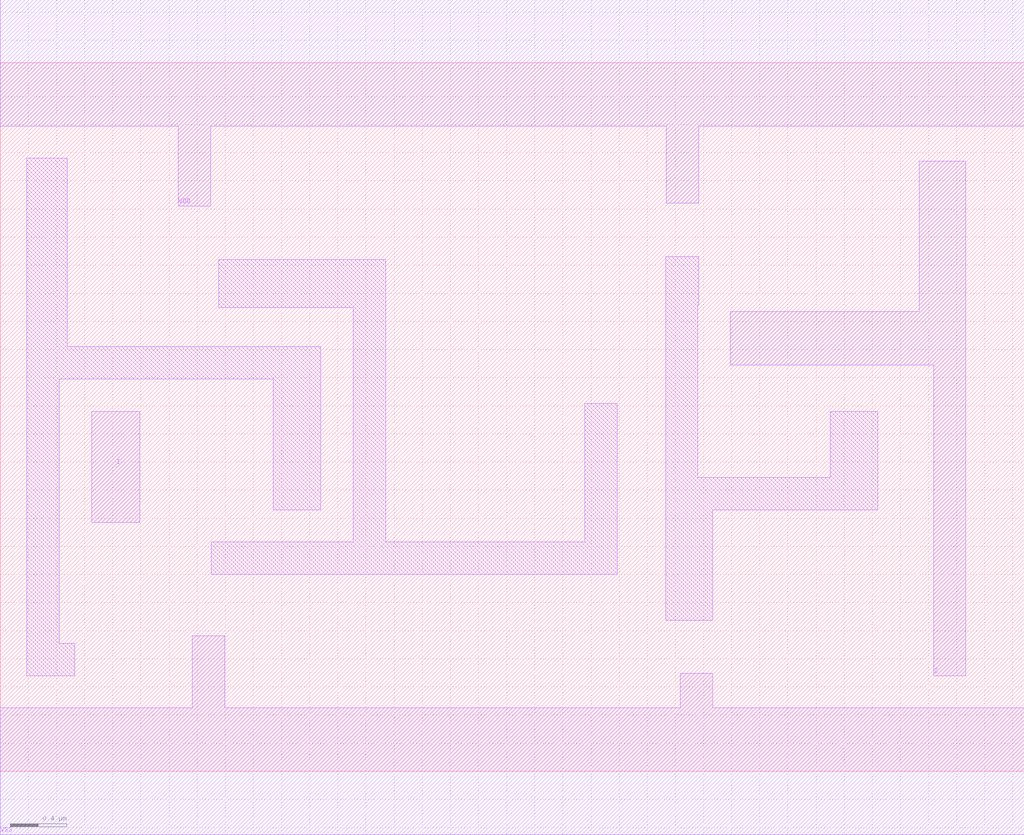
<source format=lef>
# Copyright 2022 GlobalFoundries PDK Authors
#
# Licensed under the Apache License, Version 2.0 (the "License");
# you may not use this file except in compliance with the License.
# You may obtain a copy of the License at
#
#      http://www.apache.org/licenses/LICENSE-2.0
#
# Unless required by applicable law or agreed to in writing, software
# distributed under the License is distributed on an "AS IS" BASIS,
# WITHOUT WARRANTIES OR CONDITIONS OF ANY KIND, either express or implied.
# See the License for the specific language governing permissions and
# limitations under the License.

MACRO gf180mcu_fd_sc_mcu9t5v0__dlyb_1
  CLASS core ;
  FOREIGN gf180mcu_fd_sc_mcu9t5v0__dlyb_1 0.0 0.0 ;
  ORIGIN 0 0 ;
  SYMMETRY X Y ;
  SITE GF018hv5v_green_sc9 ;
  SIZE 7.28 BY 5.04 ;
  PIN I
    DIRECTION INPUT ;
    ANTENNAGATEAREA 0.396 ;
    PORT
      LAYER Metal1 ;
        POLYGON 0.65 1.77 0.99 1.77 0.99 2.56 0.65 2.56  ;
    END
  END I
  PIN Z
    DIRECTION OUTPUT ;
    ANTENNADIFFAREA 1.386 ;
    PORT
      LAYER Metal1 ;
        POLYGON 5.19 2.89 6.24 2.89 6.635 2.89 6.635 0.68 6.865 0.68 6.865 4.34 6.535 4.34 6.535 3.27 6.24 3.27 5.19 3.27  ;
    END
  END Z
  PIN VDD
    DIRECTION INOUT ;
    USE power ;
    SHAPE ABUTMENT ;
    PORT
      LAYER Metal1 ;
        POLYGON 0 4.59 1.265 4.59 1.265 4.02 1.495 4.02 1.495 4.59 4.385 4.59 4.735 4.59 4.735 4.04 4.965 4.04 4.965 4.59 6.24 4.59 7.28 4.59 7.28 5.49 6.24 5.49 4.385 5.49 0 5.49  ;
    END
  END VDD
  PIN VSS
    DIRECTION INOUT ;
    USE ground ;
    SHAPE ABUTMENT ;
    PORT
      LAYER Metal1 ;
        POLYGON 0 -0.45 7.28 -0.45 7.28 0.45 5.065 0.45 5.065 0.695 4.835 0.695 4.835 0.45 1.595 0.45 1.595 0.965 1.365 0.965 1.365 0.45 0 0.45  ;
    END
  END VSS
  OBS
      LAYER Metal1 ;
        POLYGON 0.42 2.79 1.94 2.79 1.94 1.86 2.28 1.86 2.28 3.02 0.475 3.02 0.475 4.36 0.19 4.36 0.19 0.68 0.53 0.68 0.53 0.91 0.42 0.91  ;
        POLYGON 1.555 3.3 2.51 3.3 2.51 1.63 1.5 1.63 1.5 1.4 4.385 1.4 4.385 2.615 4.155 2.615 4.155 1.63 2.74 1.63 2.74 3.64 1.555 3.64  ;
        POLYGON 4.73 1.075 5.065 1.075 5.065 1.86 6.24 1.86 6.24 2.56 5.9 2.56 5.9 2.09 4.96 2.09 4.96 3.32 4.965 3.32 4.965 3.66 4.73 3.66  ;
  END
END gf180mcu_fd_sc_mcu9t5v0__dlyb_1

</source>
